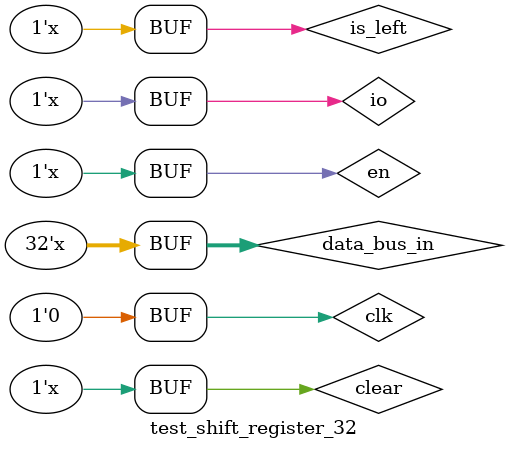
<source format=v>
`timescale 1ns / 1ps


module test_shift_register_32(
    );
    //类似寄存器测试模块
    wire [31:0] data_bus_out;
    wire [31:0] data_bus;
    reg [31:0] data_bus_in=0;
    reg en=1, clear=0, io=0, clk=0, is_left=1'bx;
    wire carry_bit;
    shift_register_32 sr32(data_bus, en, clear, io, clk, is_left, carry_bit);

    assign data_bus = (io) ? data_bus_in : 32'bz;
    assign data_bus_out = !(io) ? data_bus : 32'bz;
    always begin
        #4
        clk = 1;
        #1
        clk = 0;
        #4
        data_bus_in = data_bus_in + 1;
        #1
        {en, clear, io} = {en, clear, io} + 1;
        // io = ~io;
    end
endmodule

</source>
